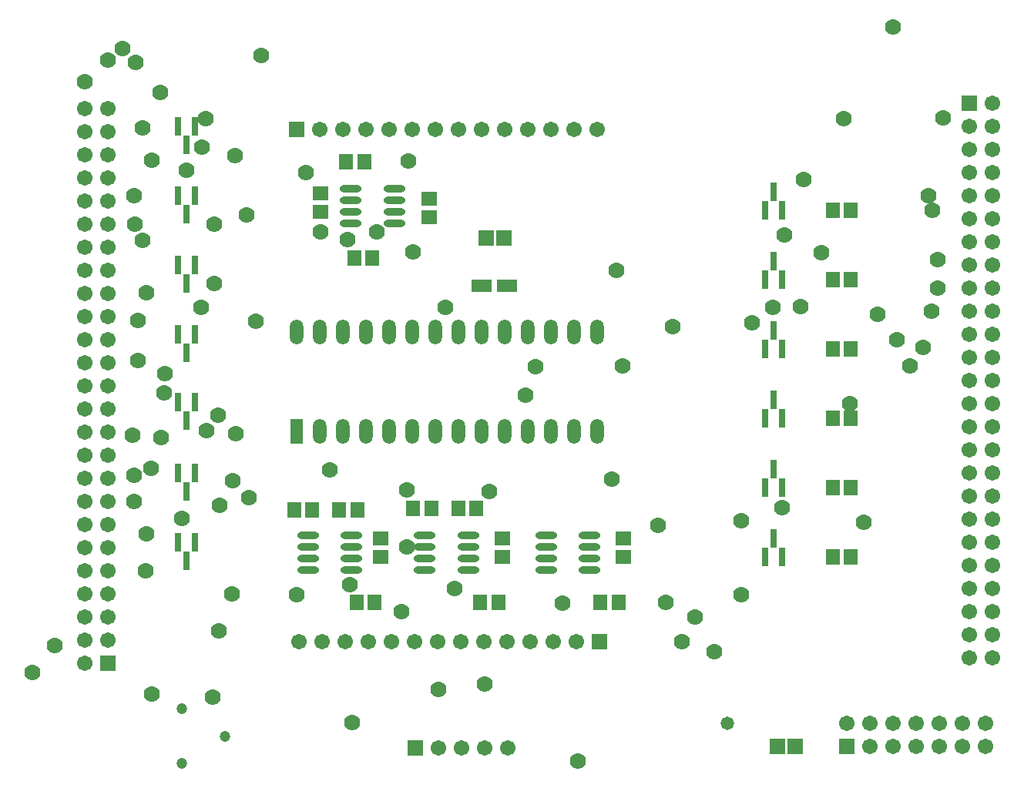
<source format=gts>
%FSLAX24Y24*%
%MOIN*%
G70*
G01*
G75*
G04 Layer_Color=8388736*
%ADD10R,0.0236X0.0709*%
%ADD11R,0.0551X0.0591*%
%ADD12R,0.0591X0.0551*%
%ADD13O,0.0866X0.0236*%
%ADD14R,0.0630X0.0630*%
%ADD15R,0.0787X0.0472*%
%ADD16R,0.0591X0.0630*%
%ADD17C,0.0250*%
%ADD18R,0.0591X0.0591*%
%ADD19C,0.0591*%
%ADD20R,0.0591X0.0591*%
%ADD21R,0.0500X0.1000*%
%ADD22O,0.0500X0.1000*%
%ADD23C,0.0394*%
%ADD24C,0.0620*%
%ADD25C,0.0500*%
%ADD26C,0.0098*%
%ADD27C,0.0236*%
%ADD28C,0.0100*%
%ADD29C,0.0079*%
%ADD30C,0.0080*%
%ADD31R,0.0316X0.0789*%
%ADD32R,0.0631X0.0671*%
%ADD33R,0.0671X0.0631*%
%ADD34O,0.0946X0.0316*%
%ADD35R,0.0710X0.0710*%
%ADD36R,0.0867X0.0552*%
%ADD37R,0.0671X0.0710*%
%ADD38R,0.0671X0.0671*%
%ADD39C,0.0671*%
%ADD40R,0.0671X0.0671*%
%ADD41R,0.0580X0.1080*%
%ADD42O,0.0580X0.1080*%
%ADD43C,0.0474*%
%ADD44C,0.0700*%
%ADD45C,0.0580*%
D31*
X43374Y55544D02*
D03*
X42626D02*
D03*
X43000Y54756D02*
D03*
X68026Y48906D02*
D03*
X68774D02*
D03*
X68400Y49694D02*
D03*
X68026Y51906D02*
D03*
X68774D02*
D03*
X68400Y52694D02*
D03*
X68026Y54906D02*
D03*
X68774D02*
D03*
X68400Y55694D02*
D03*
X43374Y58544D02*
D03*
X42626D02*
D03*
X43000Y57756D02*
D03*
X43374Y52544D02*
D03*
X42626D02*
D03*
X43000Y51756D02*
D03*
X43374Y49544D02*
D03*
X42626D02*
D03*
X43000Y48756D02*
D03*
X43374Y46594D02*
D03*
X42626D02*
D03*
X43000Y45806D02*
D03*
X43374Y43544D02*
D03*
X42626D02*
D03*
X43000Y42756D02*
D03*
X43374Y40544D02*
D03*
X42626D02*
D03*
X43000Y39756D02*
D03*
X68026Y45906D02*
D03*
X68774D02*
D03*
X68400Y46694D02*
D03*
X68026Y42906D02*
D03*
X68774D02*
D03*
X68400Y43694D02*
D03*
X68026Y39906D02*
D03*
X68774D02*
D03*
X68400Y40694D02*
D03*
D32*
X51144Y37950D02*
D03*
X50356D02*
D03*
X50256Y52850D02*
D03*
X51044D02*
D03*
X71744Y54900D02*
D03*
X70956D02*
D03*
X71744Y51900D02*
D03*
X70956D02*
D03*
X47656Y41950D02*
D03*
X48444D02*
D03*
X71744Y48900D02*
D03*
X70956D02*
D03*
X50394Y41950D02*
D03*
X49606D02*
D03*
X55544Y42000D02*
D03*
X54756D02*
D03*
X71744Y45900D02*
D03*
X70956D02*
D03*
X52806Y42000D02*
D03*
X53594D02*
D03*
X71744Y42900D02*
D03*
X70956D02*
D03*
X56494Y37950D02*
D03*
X55706D02*
D03*
X50694Y57000D02*
D03*
X49906D02*
D03*
X71744Y39900D02*
D03*
X70956D02*
D03*
X61694Y37950D02*
D03*
X60906D02*
D03*
D33*
X48800Y54856D02*
D03*
Y55644D02*
D03*
X51400Y40694D02*
D03*
Y39906D02*
D03*
X61900Y40694D02*
D03*
Y39906D02*
D03*
X56650D02*
D03*
Y40694D02*
D03*
X53500Y54606D02*
D03*
Y55394D02*
D03*
D34*
X60445Y39350D02*
D03*
Y39850D02*
D03*
Y40350D02*
D03*
Y40850D02*
D03*
X58555Y39350D02*
D03*
Y39850D02*
D03*
Y40350D02*
D03*
Y40850D02*
D03*
X50105Y55850D02*
D03*
Y55350D02*
D03*
Y54850D02*
D03*
Y54350D02*
D03*
X51995Y55850D02*
D03*
Y55350D02*
D03*
Y54850D02*
D03*
Y54350D02*
D03*
X55195Y39350D02*
D03*
Y39850D02*
D03*
Y40350D02*
D03*
Y40850D02*
D03*
X53305Y39350D02*
D03*
Y39850D02*
D03*
Y40350D02*
D03*
Y40850D02*
D03*
X50145Y39350D02*
D03*
Y39850D02*
D03*
Y40350D02*
D03*
Y40850D02*
D03*
X48255Y39350D02*
D03*
Y39850D02*
D03*
Y40350D02*
D03*
Y40850D02*
D03*
D35*
X69344Y31700D02*
D03*
X68556D02*
D03*
D36*
X56851Y51650D02*
D03*
X55749D02*
D03*
D37*
X56724Y53700D02*
D03*
X55976D02*
D03*
D38*
X76850Y59550D02*
D03*
X39600Y35300D02*
D03*
D39*
X77850Y59550D02*
D03*
X76850Y58550D02*
D03*
X77850D02*
D03*
X76850Y57550D02*
D03*
X77850D02*
D03*
X76850Y56550D02*
D03*
X77850D02*
D03*
X76850Y55550D02*
D03*
X77850D02*
D03*
X76850Y54550D02*
D03*
X77850D02*
D03*
X76850Y53550D02*
D03*
X77850D02*
D03*
X76850Y52550D02*
D03*
X77850D02*
D03*
X76850Y51550D02*
D03*
X77850D02*
D03*
X76850Y50550D02*
D03*
X77850D02*
D03*
X76850Y49550D02*
D03*
X77850D02*
D03*
X76850Y48550D02*
D03*
X77850D02*
D03*
X76850Y47550D02*
D03*
X77850D02*
D03*
X76850Y46550D02*
D03*
X77850D02*
D03*
X76850Y45550D02*
D03*
X77850D02*
D03*
X76850Y44550D02*
D03*
X77850D02*
D03*
X76850Y43550D02*
D03*
X77850D02*
D03*
X76850Y42550D02*
D03*
X77850D02*
D03*
X76850Y41550D02*
D03*
X77850D02*
D03*
X76850Y40550D02*
D03*
X77850D02*
D03*
X76850Y39550D02*
D03*
X77850D02*
D03*
X76850Y38550D02*
D03*
X77850D02*
D03*
X76850Y37550D02*
D03*
X77850D02*
D03*
X76850Y36550D02*
D03*
X77850D02*
D03*
X76850Y35550D02*
D03*
X77850D02*
D03*
X71550Y32700D02*
D03*
X72550Y31700D02*
D03*
Y32700D02*
D03*
X73550Y31700D02*
D03*
Y32700D02*
D03*
X74550Y31700D02*
D03*
Y32700D02*
D03*
X75550Y31700D02*
D03*
Y32700D02*
D03*
X76550Y31700D02*
D03*
Y32700D02*
D03*
X77550Y31700D02*
D03*
Y32700D02*
D03*
X38600Y35300D02*
D03*
X39600Y36300D02*
D03*
X38600D02*
D03*
X39600Y37300D02*
D03*
X38600D02*
D03*
X39600Y38300D02*
D03*
X38600D02*
D03*
X39600Y39300D02*
D03*
X38600D02*
D03*
X39600Y40300D02*
D03*
X38600D02*
D03*
X39600Y41300D02*
D03*
X38600D02*
D03*
X39600Y42300D02*
D03*
X38600D02*
D03*
X39600Y43300D02*
D03*
X38600D02*
D03*
X39600Y44300D02*
D03*
X38600D02*
D03*
X39600Y45300D02*
D03*
X38600D02*
D03*
X39600Y46300D02*
D03*
X38600D02*
D03*
X39600Y47300D02*
D03*
X38600D02*
D03*
X39600Y48300D02*
D03*
X38600D02*
D03*
X39600Y49300D02*
D03*
X38600D02*
D03*
X39600Y50300D02*
D03*
X38600D02*
D03*
X39600Y51300D02*
D03*
X38600D02*
D03*
X39600Y52300D02*
D03*
X38600D02*
D03*
X39600Y53300D02*
D03*
X38600D02*
D03*
X39600Y54300D02*
D03*
X38600D02*
D03*
X39600Y55300D02*
D03*
X38600D02*
D03*
X39600Y56300D02*
D03*
X38600D02*
D03*
X39600Y57300D02*
D03*
X38600D02*
D03*
X39600Y58300D02*
D03*
X38600D02*
D03*
X39600Y59300D02*
D03*
X38600D02*
D03*
X60750Y58400D02*
D03*
X59750D02*
D03*
X58750D02*
D03*
X57750D02*
D03*
X56750D02*
D03*
X55750D02*
D03*
X54750D02*
D03*
X53750D02*
D03*
X52750D02*
D03*
X51750D02*
D03*
X50750D02*
D03*
X49750D02*
D03*
X48750D02*
D03*
X47850Y36250D02*
D03*
X48850D02*
D03*
X49850D02*
D03*
X50850D02*
D03*
X51850D02*
D03*
X52850D02*
D03*
X53850D02*
D03*
X54850D02*
D03*
X55850D02*
D03*
X56850D02*
D03*
X57850D02*
D03*
X58850D02*
D03*
X59850D02*
D03*
X56900Y31650D02*
D03*
X55900D02*
D03*
X54900D02*
D03*
X53900D02*
D03*
D40*
X71550Y31700D02*
D03*
X47750Y58400D02*
D03*
X60850Y36250D02*
D03*
X52900Y31650D02*
D03*
D41*
X47750Y45350D02*
D03*
D42*
X48750D02*
D03*
X49750D02*
D03*
X50750D02*
D03*
X51750D02*
D03*
X52750D02*
D03*
X53750D02*
D03*
X54750D02*
D03*
X55750D02*
D03*
X56750D02*
D03*
X57750D02*
D03*
X58750D02*
D03*
X59750D02*
D03*
X60750D02*
D03*
X47750Y49650D02*
D03*
X48750D02*
D03*
X49750D02*
D03*
X50750D02*
D03*
X51750D02*
D03*
X52750D02*
D03*
X53750D02*
D03*
X54750D02*
D03*
X55750D02*
D03*
X56750D02*
D03*
X57750D02*
D03*
X58750D02*
D03*
X59750D02*
D03*
X60750D02*
D03*
D43*
X44650Y32150D02*
D03*
X42800Y33331D02*
D03*
Y30969D02*
D03*
D44*
X44350Y46050D02*
D03*
X43650Y57650D02*
D03*
X43000Y56650D02*
D03*
X69700Y56250D02*
D03*
X67470Y50050D02*
D03*
X68350Y50700D02*
D03*
X51220Y53980D02*
D03*
X49950Y53650D02*
D03*
X48150Y56550D02*
D03*
X52600Y57050D02*
D03*
X52780Y53120D02*
D03*
X50050Y38700D02*
D03*
X54600Y38550D02*
D03*
X56110Y42740D02*
D03*
X61390Y43270D02*
D03*
X45605Y54714D02*
D03*
X61870Y48170D02*
D03*
X61580Y52310D02*
D03*
X43840Y58880D02*
D03*
X44125Y33855D02*
D03*
X41500Y33990D02*
D03*
X57650Y46900D02*
D03*
X65830Y35800D02*
D03*
X63400Y41261D02*
D03*
X45990Y50120D02*
D03*
X58100Y48150D02*
D03*
X53900Y34170D02*
D03*
X40770Y54300D02*
D03*
X40730Y42300D02*
D03*
X40785Y61310D02*
D03*
X40650Y45190D02*
D03*
X44390Y36720D02*
D03*
X44995Y43215D02*
D03*
X43860Y45390D02*
D03*
X41890Y45090D02*
D03*
X72905Y50404D02*
D03*
X46225Y61595D02*
D03*
X40720Y55550D02*
D03*
X50160Y32750D02*
D03*
X44950Y38300D02*
D03*
X41100Y53605D02*
D03*
X41480Y57080D02*
D03*
X41100Y58490D02*
D03*
X41850Y60010D02*
D03*
X38610Y60470D02*
D03*
X37280Y36060D02*
D03*
X41230Y39300D02*
D03*
X71710Y46540D02*
D03*
X40880Y48410D02*
D03*
X41260Y51330D02*
D03*
X40880Y50130D02*
D03*
X40220Y61900D02*
D03*
X71425Y58860D02*
D03*
X75100Y55550D02*
D03*
X39600Y61420D02*
D03*
X74280Y48180D02*
D03*
X44430Y42140D02*
D03*
X42800Y41590D02*
D03*
X42060Y47830D02*
D03*
X59930Y31070D02*
D03*
X44210Y51740D02*
D03*
X45100Y57280D02*
D03*
X45690Y42460D02*
D03*
X41270Y40920D02*
D03*
X41460Y43750D02*
D03*
X74850Y48985D02*
D03*
X64040Y49870D02*
D03*
X55900Y34420D02*
D03*
X69560Y50746D02*
D03*
X52530Y40350D02*
D03*
Y42820D02*
D03*
X43615Y50720D02*
D03*
X44210Y54310D02*
D03*
X36335Y34900D02*
D03*
X73560Y62840D02*
D03*
X59260Y37920D02*
D03*
X42020Y47000D02*
D03*
X40730Y43430D02*
D03*
X45140Y45240D02*
D03*
X75235Y50550D02*
D03*
X73720Y49300D02*
D03*
X75250Y54900D02*
D03*
X75500Y52790D02*
D03*
X75730Y58910D02*
D03*
X70470Y53066D02*
D03*
X66980Y38270D02*
D03*
Y41460D02*
D03*
X52301Y37550D02*
D03*
X65010Y37315D02*
D03*
X64445Y36250D02*
D03*
X63720Y37950D02*
D03*
X68850Y53850D02*
D03*
X47760Y38291D02*
D03*
X49190Y43670D02*
D03*
X68774Y42050D02*
D03*
X72300Y41400D02*
D03*
X48810Y53980D02*
D03*
X75500Y51550D02*
D03*
X54180Y50720D02*
D03*
D45*
X66400Y32700D02*
D03*
M02*

</source>
